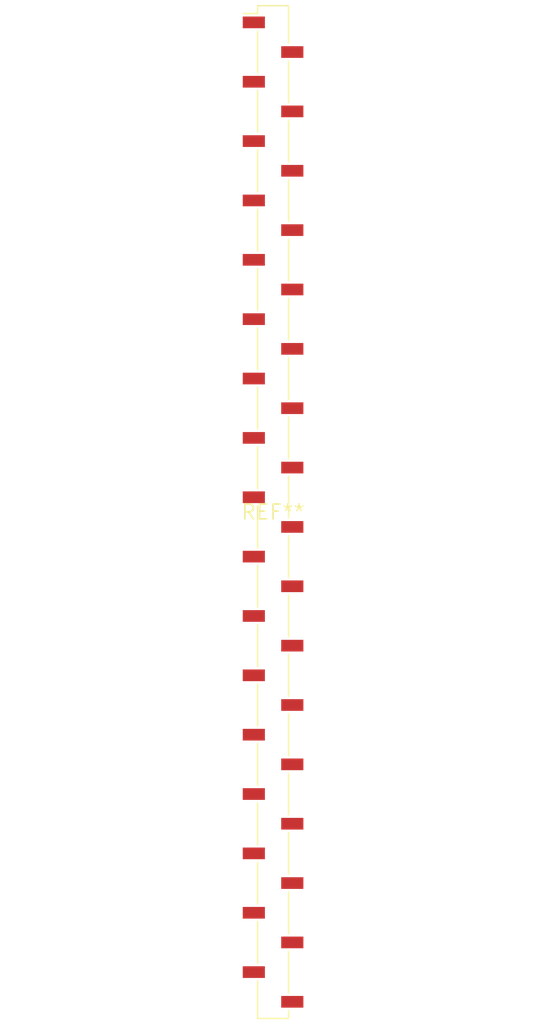
<source format=kicad_pcb>
(kicad_pcb (version 20240108) (generator pcbnew)
  (layers (0 "F.Cu" signal) (31 "B.Cu" signal) (34 "B.Paste" user) (35 "F.Paste" user) (36 "B.SilkS" user "B.Silkscreen") (37 "F.SilkS" user "F.Silkscreen") (38 "B.Mask" user) (39 "F.Mask" user) (44 "Edge.Cuts" user))
  (net 0 "")
  (footprint "PinSocket_1x34_P2.54mm_Vertical_SMD_Pin1Left" (layer "F.Cu") (at 0 0)
    (property "Reference" "REF**")
    (property "Value" "PinSocket_1x34_P2.54mm_Vertical_SMD_Pin1Left")
    (fp_line (start -2.54 -42.67) (end -1.33 -42.67) (layer "F.SilkS") (stroke (width 0.12)))
    (fp_line (start -1.33 -43.34) (end -1.33 -42.67) (layer "F.SilkS") (stroke (width 0.12)))
    (fp_line (start -1.33 -43.34) (end 1.33 -43.34) (layer "F.SilkS") (stroke (width 0.12)))
    (fp_line (start -1.33 -41.15) (end -1.33 -37.59) (layer "F.SilkS") (stroke (width 0.12)))
    (fp_line (start -1.33 -36.07) (end -1.33 -32.51) (layer "F.SilkS") (stroke (width 0.12)))
    (fp_line (start -1.33 -30.99) (end -1.33 -27.43) (layer "F.SilkS") (stroke (width 0.12)))
    (fp_line (start -1.33 -25.91) (end -1.33 -22.35) (layer "F.SilkS") (stroke (width 0.12)))
    (fp_line (start -1.33 -20.83) (end -1.33 -17.27) (layer "F.SilkS") (stroke (width 0.12)))
    (fp_line (start -1.33 -15.75) (end -1.33 -12.19) (layer "F.SilkS") (stroke (width 0.12)))
    (fp_line (start -1.33 -10.67) (end -1.33 -7.11) (layer "F.SilkS") (stroke (width 0.12)))
    (fp_line (start -1.33 -5.59) (end -1.33 -2.03) (layer "F.SilkS") (stroke (width 0.12)))
    (fp_line (start -1.33 -0.51) (end -1.33 3.05) (layer "F.SilkS") (stroke (width 0.12)))
    (fp_line (start -1.33 4.57) (end -1.33 8.13) (layer "F.SilkS") (stroke (width 0.12)))
    (fp_line (start -1.33 9.65) (end -1.33 13.21) (layer "F.SilkS") (stroke (width 0.12)))
    (fp_line (start -1.33 14.73) (end -1.33 18.29) (layer "F.SilkS") (stroke (width 0.12)))
    (fp_line (start -1.33 19.81) (end -1.33 23.37) (layer "F.SilkS") (stroke (width 0.12)))
    (fp_line (start -1.33 24.89) (end -1.33 28.45) (layer "F.SilkS") (stroke (width 0.12)))
    (fp_line (start -1.33 29.97) (end -1.33 33.53) (layer "F.SilkS") (stroke (width 0.12)))
    (fp_line (start -1.33 35.05) (end -1.33 38.61) (layer "F.SilkS") (stroke (width 0.12)))
    (fp_line (start -1.33 40.13) (end -1.33 43.34) (layer "F.SilkS") (stroke (width 0.12)))
    (fp_line (start -1.33 43.34) (end 1.33 43.34) (layer "F.SilkS") (stroke (width 0.12)))
    (fp_line (start 1.33 -43.34) (end 1.33 -40.13) (layer "F.SilkS") (stroke (width 0.12)))
    (fp_line (start 1.33 -38.61) (end 1.33 -35.05) (layer "F.SilkS") (stroke (width 0.12)))
    (fp_line (start 1.33 -33.53) (end 1.33 -29.97) (layer "F.SilkS") (stroke (width 0.12)))
    (fp_line (start 1.33 -28.45) (end 1.33 -24.89) (layer "F.SilkS") (stroke (width 0.12)))
    (fp_line (start 1.33 -23.37) (end 1.33 -19.81) (layer "F.SilkS") (stroke (width 0.12)))
    (fp_line (start 1.33 -18.29) (end 1.33 -14.73) (layer "F.SilkS") (stroke (width 0.12)))
    (fp_line (start 1.33 -13.21) (end 1.33 -9.65) (layer "F.SilkS") (stroke (width 0.12)))
    (fp_line (start 1.33 -8.13) (end 1.33 -4.57) (layer "F.SilkS") (stroke (width 0.12)))
    (fp_line (start 1.33 -3.05) (end 1.33 0.51) (layer "F.SilkS") (stroke (width 0.12)))
    (fp_line (start 1.33 2.03) (end 1.33 5.59) (layer "F.SilkS") (stroke (width 0.12)))
    (fp_line (start 1.33 7.11) (end 1.33 10.67) (layer "F.SilkS") (stroke (width 0.12)))
    (fp_line (start 1.33 12.19) (end 1.33 15.75) (layer "F.SilkS") (stroke (width 0.12)))
    (fp_line (start 1.33 17.27) (end 1.33 20.83) (layer "F.SilkS") (stroke (width 0.12)))
    (fp_line (start 1.33 22.35) (end 1.33 25.91) (layer "F.SilkS") (stroke (width 0.12)))
    (fp_line (start 1.33 27.43) (end 1.33 30.99) (layer "F.SilkS") (stroke (width 0.12)))
    (fp_line (start 1.33 32.51) (end 1.33 36.07) (layer "F.SilkS") (stroke (width 0.12)))
    (fp_line (start 1.33 37.59) (end 1.33 41.15) (layer "F.SilkS") (stroke (width 0.12)))
    (fp_line (start 1.33 42.67) (end 1.33 43.34) (layer "F.SilkS") (stroke (width 0.12)))
    (pad "1" smd rect (at -1.65 -41.91) (size 1.9 1) (layers "F.Cu" "F.Paste" "F.Mask"))
    (pad "2" smd rect (at 1.65 -39.37) (size 1.9 1) (layers "F.Cu" "F.Paste" "F.Mask"))
    (pad "3" smd rect (at -1.65 -36.83) (size 1.9 1) (layers "F.Cu" "F.Paste" "F.Mask"))
    (pad "4" smd rect (at 1.65 -34.29) (size 1.9 1) (layers "F.Cu" "F.Paste" "F.Mask"))
    (pad "5" smd rect (at -1.65 -31.75) (size 1.9 1) (layers "F.Cu" "F.Paste" "F.Mask"))
    (pad "6" smd rect (at 1.65 -29.21) (size 1.9 1) (layers "F.Cu" "F.Paste" "F.Mask"))
    (pad "7" smd rect (at -1.65 -26.67) (size 1.9 1) (layers "F.Cu" "F.Paste" "F.Mask"))
    (pad "8" smd rect (at 1.65 -24.13) (size 1.9 1) (layers "F.Cu" "F.Paste" "F.Mask"))
    (pad "9" smd rect (at -1.65 -21.59) (size 1.9 1) (layers "F.Cu" "F.Paste" "F.Mask"))
    (pad "10" smd rect (at 1.65 -19.05) (size 1.9 1) (layers "F.Cu" "F.Paste" "F.Mask"))
    (pad "11" smd rect (at -1.65 -16.51) (size 1.9 1) (layers "F.Cu" "F.Paste" "F.Mask"))
    (pad "12" smd rect (at 1.65 -13.97) (size 1.9 1) (layers "F.Cu" "F.Paste" "F.Mask"))
    (pad "13" smd rect (at -1.65 -11.43) (size 1.9 1) (layers "F.Cu" "F.Paste" "F.Mask"))
    (pad "14" smd rect (at 1.65 -8.89) (size 1.9 1) (layers "F.Cu" "F.Paste" "F.Mask"))
    (pad "15" smd rect (at -1.65 -6.35) (size 1.9 1) (layers "F.Cu" "F.Paste" "F.Mask"))
    (pad "16" smd rect (at 1.65 -3.81) (size 1.9 1) (layers "F.Cu" "F.Paste" "F.Mask"))
    (pad "17" smd rect (at -1.65 -1.27) (size 1.9 1) (layers "F.Cu" "F.Paste" "F.Mask"))
    (pad "18" smd rect (at 1.65 1.27) (size 1.9 1) (layers "F.Cu" "F.Paste" "F.Mask"))
    (pad "19" smd rect (at -1.65 3.81) (size 1.9 1) (layers "F.Cu" "F.Paste" "F.Mask"))
    (pad "20" smd rect (at 1.65 6.35) (size 1.9 1) (layers "F.Cu" "F.Paste" "F.Mask"))
    (pad "21" smd rect (at -1.65 8.89) (size 1.9 1) (layers "F.Cu" "F.Paste" "F.Mask"))
    (pad "22" smd rect (at 1.65 11.43) (size 1.9 1) (layers "F.Cu" "F.Paste" "F.Mask"))
    (pad "23" smd rect (at -1.65 13.97) (size 1.9 1) (layers "F.Cu" "F.Paste" "F.Mask"))
    (pad "24" smd rect (at 1.65 16.51) (size 1.9 1) (layers "F.Cu" "F.Paste" "F.Mask"))
    (pad "25" smd rect (at -1.65 19.05) (size 1.9 1) (layers "F.Cu" "F.Paste" "F.Mask"))
    (pad "26" smd rect (at 1.65 21.59) (size 1.9 1) (layers "F.Cu" "F.Paste" "F.Mask"))
    (pad "27" smd rect (at -1.65 24.13) (size 1.9 1) (layers "F.Cu" "F.Paste" "F.Mask"))
    (pad "28" smd rect (at 1.65 26.67) (size 1.9 1) (layers "F.Cu" "F.Paste" "F.Mask"))
    (pad "29" smd rect (at -1.65 29.21) (size 1.9 1) (layers "F.Cu" "F.Paste" "F.Mask"))
    (pad "30" smd rect (at 1.65 31.75) (size 1.9 1) (layers "F.Cu" "F.Paste" "F.Mask"))
    (pad "31" smd rect (at -1.65 34.29) (size 1.9 1) (layers "F.Cu" "F.Paste" "F.Mask"))
    (pad "32" smd rect (at 1.65 36.83) (size 1.9 1) (layers "F.Cu" "F.Paste" "F.Mask"))
    (pad "33" smd rect (at -1.65 39.37) (size 1.9 1) (layers "F.Cu" "F.Paste" "F.Mask"))
    (pad "34" smd rect (at 1.65 41.91) (size 1.9 1) (layers "F.Cu" "F.Paste" "F.Mask"))
  )
)
</source>
